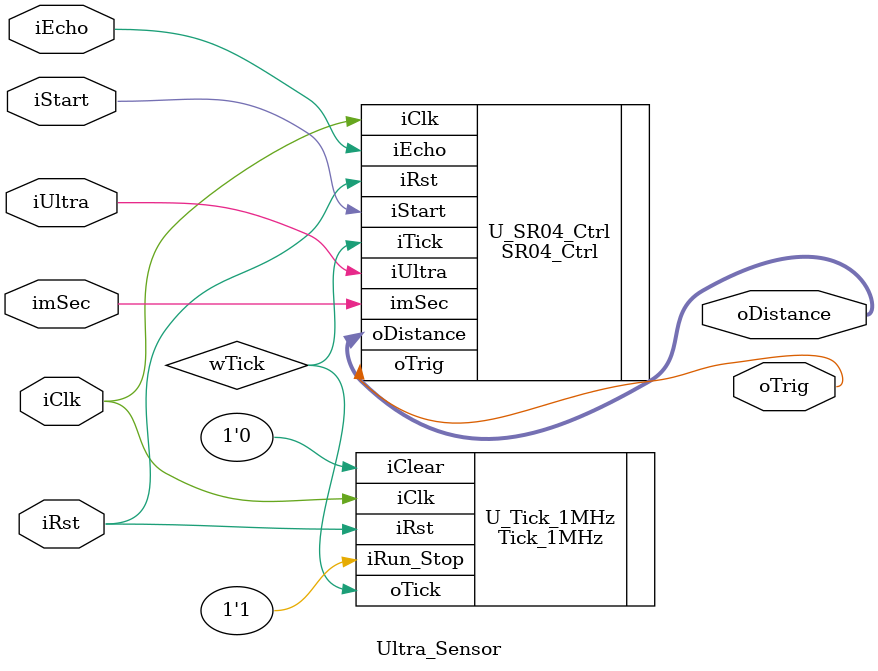
<source format=v>
`timescale 1ns / 1ps

module Ultra_Sensor(
    input           iClk,
    input           iRst,

    input           iUltra,
    input           iStart,
    input           imSec,
    input           iEcho,

    output          oTrig,
    output  [8:0]   oDistance
    );

    /***********************************************
    // Reg & Wire
    ***********************************************/
    wire            wTick;


    /***********************************************
    // Instantiation
    ***********************************************/
    Tick_1MHz       U_Tick_1MHz     (
        .iClk       (iClk),
        .iRst       (iRst),
        .iRun_Stop  (1'b1),
        .iClear     (1'b0),
        .oTick      (wTick)
    );

    SR04_Ctrl       U_SR04_Ctrl     (
        .iClk       (iClk),
        .iRst       (iRst),
        .iUltra     (iUltra),
        .iStart     (iStart),
        .iTick      (wTick),
        .imSec      (imSec),
        .iEcho      (iEcho),
        .oTrig      (oTrig),
        .oDistance  (oDistance)
    );
    
endmodule
</source>
